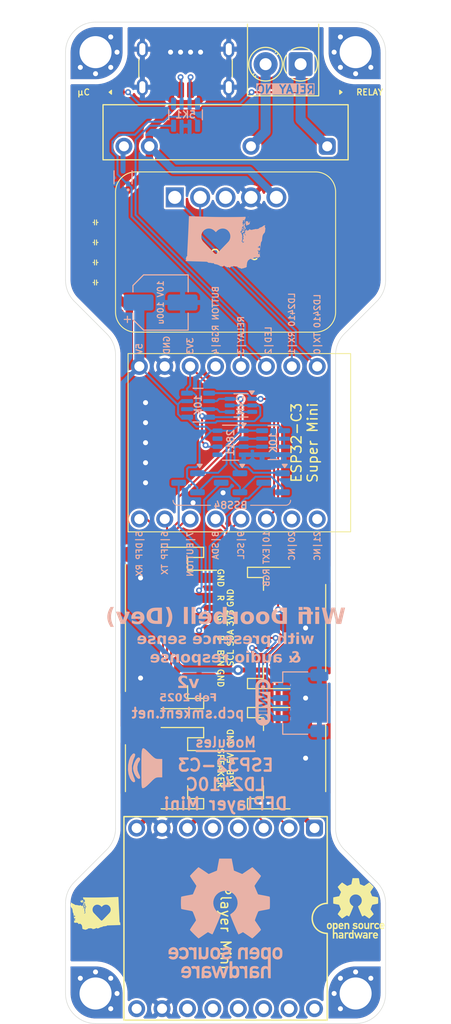
<source format=kicad_pcb>
(kicad_pcb (version 20240108) (generator "pcbnew") (generator_version "8.0")
  (layers (0 "F.Cu" signal) (31 "B.Cu" signal) (34 "B.Paste" user) (35 "F.Paste" user) (36 "B.SilkS" user "B.Silkscreen") (37 "F.SilkS" user "F.Silkscreen") (38 "B.Mask" user) (39 "F.Mask" user) (44 "Edge.Cuts" user))
  (net 0 "")
  (net 1 "BUTTON_LED_B")
  (net 2 "GND")
  (net 3 "BUTTON_LED_R")
  (net 4 "BUTTON_LED_G")
  (net 5 "BUTTON")
  (net 6 "Net-(LED1-A)")
  (net 7 "+3V3")
  (net 8 "DOORBELL_RELAY")
  (net 9 "BUTTON_LED_R_EN")
  (net 10 "BUTTON_LED_G_EN")
  (net 11 "BUTTON_LED_B_EN")
  (net 21 "UART_1_RX")
  (net 22 "UART_1_TX")
  (net 23 "UART_2_RX")
  (net 24 "UART_2_TX")
  (net 25 "NEOPIXELS")
  (net 26 "+5V")
  (net 27 "BUTTON_WS8211")
  (net 30 "NEOPIXELS_3V3")
  (net 31 "BUTTON_WS8211_3V3")
  (net 33 "RELAY_NO_2")
  (net 34 "RELAY_NO_1")
  (net 35 "/RELAY_LOW")
  (net 36 "Net-(LED3-A)")
  (net 37 "SPK2")
  (net 38 "SPK1")
  (net 39 "Net-(J6-CC2)")
  (net 40 "Net-(J6-CC1)")
  (net 41 "STATUS_LED")
  (net 44 "SDA")
  (net 45 "SCL")
  (footprint "connector:JST_PH_S2B-PH-SM4-TB_1x02-1MP_P2.00mm_Horizontal" (layer "F.Cu") (at 30.5 94.5 -90)
    (property "Reference" "J5")
    (property "Value" "JST PH")
  )
  (footprint "connector:USB_C_Receptacle_GCT_USB4125-xx-x_6P_TopMnt_Horizontal_HandSolder" (layer "F.Cu") (at 32 23.5 180)
    (property "Reference" "J6" (hide yes))
    (property "Value" "USB_C_Receptacle_PowerOnly_6P")
  )
  (footprint "mechanical:MountingHole_3.2mm_M3_5.4mm_Pad_Via_corner" (layer "F.Cu") (at 49 23 180)
    (property "Reference" "REF**" (hide yes))
    (property "Value" "MountingHole_3.2mm_M3_5.4mm_Pad_Via_corner" (hide yes))
  )
  (footprint "discrete:C_0603_1608Metric" (layer "F.Cu") (at 23 44 180)
    (property "Reference" "C3" (hide yes))
    (property "Value" "22u")
  )
  (footprint "discrete:Relay_G3MB-202P" (layer "F.Cu") (at 36 31 180)
    (property "Reference" "U2" (hide yes))
    (property "Value" "G3MB-202P-5VDC")
  )
  (footprint "discrete:C_0603_1608Metric" (layer "F.Cu") (at 23 46 180)
    (property "Reference" "C4" (hide yes))
    (property "Value" "22u")
  )
  (footprint "Symbol:OSHW-Logo_5.7x6mm_SilkScreen" (layer "F.Cu") (at 49 108.5)
    (property "Reference" "REF**" (hide yes))
    (property "Value" "OSHW-Logo_5.7x6mm_SilkScreen" (hide yes))
  )
  (footprint "discrete:C_0603_1608Metric" (layer "F.Cu") (at 23 42 180)
    (property "Reference" "C2" (hide yes))
    (property "Value" "22u")
  )
  (footprint "connector:TerminalBlock_Phoenix_PT-1,5-2-3.5-H_1x02_P3.50mm_Horizontal" (layer "F.Cu") (at 43.5 24.2 180)
    (property "Reference" "J2" (hide yes))
    (property "Value" "3.5mm screw terminal")
  )
  (footprint "mechanical:MountingHole_3.2mm_M3_5.4mm_Pad_Via_corner" (layer "F.Cu") (at 49 117 90)
    (property "Reference" "REF**" (hide yes))
    (property "Value" "MountingHole_3.2mm_M3_5.4mm_Pad_Via_corner" (hide yes))
  )
  (footprint "module:DFPlayer-Mini-DFR0299-module" (layer "F.Cu") (at 36 109.5 -90)
    (property "Reference" "SM2" (hide yes))
    (property "Value" "DFR0299")
  )
  (footprint "mechanical:MountingHole_3.2mm_M3_5.4mm_Pad_Via_corner" (layer "F.Cu") (at 23 117)
    (property "Reference" "REF**" (hide yes))
    (property "Value" "MountingHole_3.2mm_M3_5.4mm_Pad_Via_corner" (hide yes))
  )
  (footprint "mechanical:MountingHole_3.2mm_M3_5.4mm_Pad_Via_corner" (layer "F.Cu") (at 23 23 -90)
    (property "Reference" "REF**" (hide yes))
    (property "Value" "MountingHole_3.2mm_M3_5.4mm_Pad_Via_corner" (hide yes))
  )
  (footprint "connector:JST_PH_S6B-PH-SM4-TB_1x06-1MP_P2.00mm_Horizontal" (layer "F.Cu") (at 30.5 80.5 -90)
    (property "Reference" "J1" (hide yes))
    (property "Value" "JST PH")
  )
  (footprint "connector:STEMMA-I2C-SMD-horizontal" (layer "F.Cu") (at 41.5 80.5 90)
    (property "Reference" "J3" (hide yes))
    (property "Value" "STEMMA")
  )
  (footprint "connector:STEMMA-Signal-SMD-horizontal" (layer "F.Cu") (at 41.5 93.5 90)
    (property "Reference" "J4" (hide yes))
    (property "Value" "JST PH")
  )
  (footprint "custom:LED_0603_1608Metric_Pad1.05x0.95mm_HandSolder_simple" (layer "F.Cu") (at 24.5 27)
    (property "Reference" "LED1" (hide yes))
    (property "Value" "LED")
  )
  (footprint "module:HLK-LD2410C-module" (layer "F.Cu") (at 36 37.5)
    (property "Reference" "SM4" (hide yes))
    (property "Value" "HLK-LD2410C")
  )
  (footprint "graphics:wa-state-heart-5mm" (layer "F.Cu") (at 23 109)
    (property "Reference" "G***" (hide yes))
    (property "Value" "LOGO" (hide yes))
  )
  (footprint "custom:LED_0603_1608Metric_Pad1.05x0.95mm_HandSolder_simple" (layer "F.Cu") (at 47.5 27 180)
    (property "Reference" "LED3" (hide yes))
    (property "Value" "LED")
  )
  (footprint "discrete:C_0603_1608Metric" (layer "F.Cu") (at 23 40 180)
    (property "Reference" "C1" (hide yes))
    (property "Value" "22u")
  )
  (footprint "module:ESP32-C3-Super-Mini-Pins" (layer "F.Cu") (at 35 62 90)
    (property "Reference" "SM1" (hide yes))
    (property "Value" "~")
  )
  (footprint "package:SOT-23" (layer "B.Cu") (at 36.5 66 180)
    (property "Reference" "Q2" (hide yes))
    (property "Value" "BSS84")
  )
  (footprint "discrete:R_Array_Convex_4x0603_HandSolder" (layer "B.Cu") (at 32 29.25 90)
    (property "Reference" "RN3" (hide yes))
    (property "Value" "5K1")
  )
  (footprint "discrete:R_Array_Convex_4x0603_HandSolder" (layer "B.Cu") (at 33.25 58.25)
    (property "Reference" "RN2" (hide yes))
    (property "Value" "10K")
  )
  (footprint "package:SOT-23" (layer "B.Cu") (at 40.75 66 180)
    (property "Reference" "Q3" (hide yes))
    (property "Value" "BSS84")
  )
  (footprint "connector:Qwiic-SMD-horizontal-logo" (layer "B.Cu") (at 43.5 88 -90)
    (property "Reference" "J7" (hide yes))
    (property "Value" "Qwiic")
  )
  (footprint "Symbol:OSHW-Logo_11.4x12mm_SilkScreen" (layer "B.Cu") (at 36 109.5 180)
    (property "Reference" "REF**" (hide yes))
    (property "Value" "OSHW-Logo_11.4x12mm_SilkScreen" (hide yes))
  )
  (footprint "graphics:icon-speaker-4mm" (layer "B.Cu") (at 28 94.5 180)
    (property "Reference" "G***" (hide yes))
    (property "Value" "LOGO" (hide yes))
  )
  (footprint "package:FSOP-8_3.3x1.7mm_P0.80mm" (layer "B.Cu") (at 36.5 62 180)
    (property "Reference" "U1" (hide yes))
    (property "Value" "WS2811F")
  )
  (footprint "Capacitor_SMD:CP_Elec_5x5.4" (layer "B.Cu") (at 29.5 48)
    (property "Reference" "C5" (hide yes))
    (property "Value" "100u")
  )
  (footprint "package:SOT-523" (layer "B.Cu") (at 25.75 35.5 90)
    (property "Reference" "Q5" (hide yes))
    (property "Value" "G2N7002X")
  )
  (footprint "package:SOT-23" (layer "B.Cu") (at 32.25 66 180)
    (property "Reference" "Q1" (hide yes))
    (property "Value" "BSS84")
  )
  (footprint "package:SOT-363_SC-70-6_HandSolder" (layer "B.Cu") (at 37.5375 58.275 180)
    (property "Reference" "Q4" (hide yes))
    (property "Value" "2N7002DW")
  )
  (footprint "graphics:wa-state-heart-8mm" (layer "B.Cu") (at 36 42 180)
    (property "Reference" "G***" (hide yes))
    (property "Value" "LOGO" (hide yes))
  )
  (footprint "discrete:R_Array_Convex_4x0603_HandSolder" (layer "B.Cu") (at 40.75 62 180)
    (property "Reference" "RN1" (hide yes))
    (property "Value" "10K")
  )
  (gr_arc (start 31.25 68.25) (mid 30.896447 68.103553) (end 30.75 67.75) (stroke (width 0.1)) (layer "B.SilkS"))
  (gr_line (start 38.5 68.25) (end 42 68.25) (stroke (width 0.1)) (layer "B.SilkS"))
  (gr_line (start 33.1 92.8) (end 38.9 92.8) (stroke (width 0.2)) (layer "B.SilkS"))
  (gr_line (start 34.5 68.25) (end 31.25 68.25) (stroke (width 0.1)) (layer "B.SilkS"))
  (gr_arc (start 42.5 67.75) (mid 42.353553 68.103553) (end 42 68.25) (stroke (width 0.1)) (layer "B.SilkS"))
  (gr_arc (start 49 20) (mid 51.12132 20.87868) (end 52 23) (stroke (width 0.05)) (layer "Edge.Cuts"))
  (gr_line (start 20 117) (end 20 108) (stroke (width 0.05)) (layer "Edge.Cuts"))
  (gr_line (start 47.87868 102.636039) (end 51.121321 105.87868) (stroke (width 0.05)) (layer "Edge.Cuts"))
  (gr_line (start 24.12132 51.12132) (end 20.878679 47.878679) (stroke (width 0.05)) (layer "Edge.Cuts"))
  (gr_line (start 25 100.514718) (end 25 53.242641) (stroke (width 0.05)) (layer "Edge.Cuts"))
  (gr_arc (start 20.878679 47.878679) (mid 20.228361 46.905409) (end 20 45.757359) (stroke (width 0.05)) (layer "Edge.Cuts"))
  (gr_arc (start 20 108) (mid 20.228346 106.851944) (end 20.878679 105.87868) (stroke (width 0.05)) (layer "Edge.Cuts"))
  (gr_line (start 51.12132 47.87868) (end 47.878679 51.121321) (stroke (width 0.05)) (layer "Edge.Cuts"))
  (gr_line (start 49 120) (end 23 120) (stroke (width 0.05)) (layer "Edge.Cuts"))
  (gr_line (start 52 108) (end 52 117) (stroke (width 0.05)) (layer "Edge.Cuts"))
  (gr_arc (start 52 117) (mid 51.12132 119.12132) (end 49 120) (stroke (width 0.05)) (layer "Edge.Cuts"))
  (gr_arc (start 23 120) (mid 20.87868 119.12132) (end 20 117) (stroke (width 0.05)) (layer "Edge.Cuts"))
  (gr_arc (start 20 23) (mid 20.87868 20.87868) (end 23 20) (stroke (width 0.05)) (layer "Edge.Cuts"))
  (gr_arc (start 51.121321 105.87868) (mid 51.771616 106.851958) (end 52 108) (stroke (width 0.05)) (layer "Edge.Cuts"))
  (gr_line (start 52 23) (end 52 45.757359) (stroke (width 0.05)) (layer "Edge.Cuts"))
  (gr_line (start 24.12132 102.636039) (end 20.878679 105.87868) (stroke (width 0.05)) (layer "Edge.Cuts"))
  (gr_arc (start 47.87868 102.636039) (mid 47.228384 101.662761) (end 47 100.514718) (stroke (width 0.05)) (layer "Edge.Cuts"))
  (gr_arc (start 52 45.757359) (mid 51.771652 46.905418) (end 51.12132 47.87868) (stroke (width 0.05)) (layer "Edge.Cuts"))
  (gr_line (start 20 23) (end 20 45.757359) (stroke (width 0.05)) (layer "Edge.Cuts"))
  (gr_arc (start 24.12132 51.12132) (mid 24.771639 52.09459) (end 25 53.242641) (stroke (width 0.05)) (layer "Edge.Cuts"))
  (gr_line (start 23 20) (end 49 20) (stroke (width 0.05)) (layer "Edge.Cuts"))
  (gr_line (start 47 100.514718) (end 47 53.242641) (stroke (width 0.05)) (layer "Edge.Cuts"))
  (gr_arc (start 25 100.514718) (mid 24.771654 101.662775) (end 24.12132 102.636039) (stroke (width 0.05)) (layer "Edge.Cuts"))
  (gr_arc (start 47 53.242641) (mid 47.228348 52.094582) (end 47.878679 51.121321) (stroke (width 0.05)) (layer "Edge.Cuts"))
  (gr_text "2811" (at 36.5 62 90) (layer "B.SilkS") (effects (font (size 0.7 0.7) (thickness 0.14) (bold yes)) (justify mirror)))
  (gr_text "9|SCL" (at 37.54 70.75 90) (layer "B.SilkS") (effects (font (size 0.6 0.6) (thickness 0.12) (bold yes)) (justify left mirror)))
  (gr_text "7|BUTTON" (at 32.46 70.75 90) (layer "B.SilkS") (effects (font (size 0.6 0.6) (thickness 0.12) (bold yes)) (justify left mirror)))
  (gr_text "RELAY|3" (at 37.54 53.25 90) (layer "B.SilkS") (effects (font (size 0.6 0.6) (thickness 0.12) (bold yes)) (justify right mirror)))
  (gr_text "3V3" (at 32.46 53.25 90) (layer "B.SilkS") (effects (font (size 0.6 0.6) (thickness 0.12) (bold yes)) (justify right mirror)))
  (gr_text "5|DFP RX" (at 27.38 70.75 90) (layer "B.SilkS") (effects (font (size 0.6 0.6) (thickness 0.12) (bold yes)) (justify left mirror)))
  (gr_text "6|DFP TX" (at 29.92 70.75 90) (layer "B.SilkS") (effects (font (size 0.6 0.6) (thickness 0.12) (bold yes)) (justify left mirror)))
  (gr_text "LED|2" (at 40.28 53.25 90) (layer "B.SilkS") (effects (font (size 0.6 0.6) (thickness 0.12) (bold yes)) (justify right mirror)))
  (gr_text "RELAY NO" (at 42 26.25 -0) (layer "B.SilkS" knockout) (effects (font (size 0.8 0.8) (thickness 0.16) (bold yes)) (justify top mirror)))
  (gr_text "ESP32-C3\nLD2410C\nDFPlayer Mini\n" (at 36 93.5 0) (layer "B.SilkS") (effects (font (size 1.2 1.2) (thickness 0.24) (bold yes)) (justify top mirror)))
  (gr_text "Modules" (at 36 92.5 0) (layer "B.SilkS") (effects (font (size 1 1) (thickness 0.2) (bold yes)) (justify bottom mirror)))
  (gr_text "BUTTON RGB|4" (at 35 53.25 90) (layer "B.SilkS") (effects (font (size 0.6 0.6) (thickness 0.12) (bold yes)) (justify right mirror)))
  (gr_text "LD2410 TX|0" (at 45.16 53.25 90) (layer "B.SilkS") (effects (font (size 0.6 0.6) (thickness 0.12) (bold yes)) (justify right mirror)))
  (gr_text "v2" (at 32.25 86 0) (layer "B.SilkS") (effects (font (size 1.2 1.2) (thickness 0.24) (bold yes)) (justify mirror)))
  (gr_text "pcb.smkent.net" (at 32.25 89 0) (layer "B.SilkS") (effects (font (size 1 1) (thickness 0.2) (bold yes)) (justify mirror)))
  (gr_text "10V 100u" (at 29.5 48 90) (layer "B.SilkS") (effects (font (size 0.6 0.6) (thickness 0.12) (bold yes)) (justify mirror)))
  (gr_text "20|NC" (at 42.62 70.75 90) (layer "B.SilkS") (effects (font (size 0.6 0.6) (thickness 0.12) (bold yes)) (justify left mirror)))
  (gr_text "LD2410 RX|1" (at 42.62 53.25 90) (layer "B.SilkS") (effects (font (size 0.6 0.6) (thickness 0.12) (bold yes)) (justify right mirror)))
  (gr_text "2xN" (at 37.5 58.25 90) (layer "B.SilkS") (effects (font (size 0.7 0.7) (thickness 0.14) (bold yes)) (justify mirror)))
  (gr_text "10|EXT RGB" (at 40.08 70.75 90) (layer "B.SilkS") (effects (font (size 0.6 0.6) (thickness 0.12) (bold yes)) (justify left mirror)))
  (gr_text "Feb 2025" (at 32.25 87.5 0) (layer "B.SilkS") (effects (font (size 0.8 0.8) (thickness 0.24) (bold yes)) (justify mirror)))
  (gr_text "GND" (at 30.12 53.25 90) (layer "B.SilkS") (effects (font (size 0.6 0.6) (thickness 0.12) (bold yes)) (justify right mirror)))
  (gr_text "8|SDA" (at 35 70.75 90) (layer "B.SilkS") (effects (font (size 0.6 0.6) (thickness 0.12) (bold yes)) (justify left mirror)))
  (gr_text "with presence sense\n& audio response" (at 36 81 0) (layer "B.SilkS") (effects (font (size 1.1 1.1) (thickness 0.22) (bold yes)) (justify top mirror)))
  (gr_text "21|NC" (at 45.16 70.75 90) (layer "B.SilkS") (effects (font (size 0.6 0.6) (thickness 0.12) (bold yes)) (justify left mirror)))
  (gr_text "5V" (at 27.38 53.25 90) (layer "B.SilkS") (effects (font (size 0.6 0.6) (thickness 0.12) (bold yes)) (justify right mirror)))
  (gr_text "Wifi Doorbell (Dev)\n" (at 36 78.5 0) (layer "B.SilkS") (effects (font (size 1.6 1.6) (thickness 0.4) (bold yes)) (justify top mirror)))
  (gr_text "BSS84" (at 36.5 68.25 0) (layer "B.SilkS") (effects (font (size 0.7 0.7) (thickness 0.14) (bold yes)) (justify mirror)))
  (gr_text "GND" (at 35.5 85.5 -90) (layer "F.SilkS") (effects (font (size 0.6 0.6) (thickness 0.12) (bold yes))))
  (gr_text "RGB" (at 36.5 95.5 90) (layer "F.SilkS") (effects (font (size 0.6 0.6) (thickness 0.12) (bold yes))))
  (gr_text "G" (at 35.5 79.5 -90) (layer "F.SilkS") (effects (font (size 0.6 0.6) (thickness 0.12) (bold yes))))
  (gr_text "5V" (at 36.5 93.5 90) (layer "F.SilkS") (effects (font (size 0.6 0.6) (thickness 0.12) (bold yes))))
  (gr_text "µC" (at 22.5 27 0) (layer "F.SilkS") (effects (font (size 0.6 0.6) (thickness 0.12) (bold yes)) (justify right)))
  (gr_text "SCL" (at 36.5 83.5 90) (layer "F.SilkS") (effects (font (size 0.6 0.6) (thickness 0.12) (bold yes))))
  (gr_text "GND" (at 35.5 75.5 -90) (layer "F.SilkS") (effects (font (size 0.6 0.6) (thickness 0.12) (bold yes))))
  (gr_text "SDA" (at 36.5 81.5 90) (layer "F.SilkS") (effects (font (size 0.6 0.6) (thickness 0.12) (bold yes))))
  (gr_text "R" (at 35.5 77.5 -90) (layer "F.SilkS") (effects (font (size 0.6 0.6) (thickness 0.12) (bold yes))))
  (gr_text "RELAY" (at 49 27 0) (layer "F.SilkS") (effects (font (size 0.6 0.6) (thickness 0.12) (bold yes)) (justify left)))
  (gr_text "BTN" (at 35.5 83.5 -90) (layer "F.SilkS") (effects (font (size 0.6 0.6) (thickness 0.12) (bold yes))))
  (gr_text "GND" (at 36.5 91.5 90) (layer "F.SilkS") (effects (font (size 0.6 0.6) (thickness 0.12) (bold yes))))
  (gr_text "GND" (at 36.5 77.5 90) (layer "F.SilkS") (effects (font (size 0.6 0.6) (thickness 0.12) (bold yes))))
  (gr_text "SPEAKER" (at 35.5 94.5 -90) (layer "F.SilkS") (effects (font (size 0.6 0.6) (thickness 0.12) (bold yes))))
  (gr_text "3V3" (at 36.5 79.5 90) (layer "F.SilkS") (effects (font (size 0.6 0.6) (thickness 0.12) (bold yes))))
  (gr_text "B" (at 35.5 81.5 -90) (layer "F.SilkS") (effects (font (size 0.6 0.6) (thickness 0.12) (bold yes))))
  (via (at 33.35 80.75) (size 0.6) (drill 0.3) (layers "F.Cu" "B.Cu") (net 1))
  (segment (start 34.4 79.7) (end 33.35 80.75) (width 0.2) (layer "B.Cu") (net 1))
  (segment (start 36.15 69.383654) (end 36.15 70.598173) (width 0.2) (layer "B.Cu") (net 1))
  (segment (start 34.4 72.348173) (end 34.4 79.7) (width 0.2) (layer "B.Cu") (net 1))
  (segment (start 37.983654 67.55) (end 36.15 69.383654) (width 0.2) (layer "B.Cu") (net 1))
  (segment (start 38.2625 67.55) (end 37.983654 67.55) (width 0.2) (layer "B.Cu") (net 1))
  (segment (start 36.15 70.598173) (end 34.4 72.348173) (width 0.2) (layer "B.Cu") (net 1))
  (segment (start 39.8125 66) (end 38.2625 67.55) (width 0.2) (layer "B.Cu") (net 1))
  (via (at 39.5 98) (size 0.6) (drill 0.3) (layers "F.Cu" "B.Cu") (net 2))
  (via (at 28 66) (size 1) (drill 0.5) (layers "F.Cu" "B.Cu") (net 2))
  (via (at 31.5 23) (size 1) (drill 0.5) (layers "F.Cu" "B.Cu") (net 2))
  (via (at 30.5 23) (size 1) (drill 0.5) (layers "F.Cu" "B.Cu") (net 2))
  (via (at 33.5 23) (size 1) (drill 0.5) (layers "F.Cu" "B.Cu") (net 2))
  (via (at 27.5 75.5) (size 1) (drill 0.5) (layers "F.Cu" "B.Cu") (net 2))
  (via (at 44 87.5) (size 1) (drill 0.5) (layers "F.Cu" "B.Cu") (net 2))
  (via (at 28 64) (size 1) (drill 0.5) (layers "F.Cu" "B.Cu") (net 2))
  (via (at 32.75 68) (size 1) (drill 0.5) (layers "F.Cu" "B.Cu") (net 2))
  (via (at 40.25 98) (size 0.6) (drill 0.3) (layers "F.Cu" "B.Cu") (net 2))
  (via (at 44 80.5) (size 1) (drill 0.5) (layers "F.Cu" "B.Cu") (net 2))
  (via (at 44 93.5) (size 1) (drill 0.5) (layers "F.Cu" "B.Cu") (net 2))
  (via (at 28 58) (size 1) (drill 0.5) (layers "F.Cu" "B.Cu") (net 2))
  (via (at 32.5 23) (size 1) (drill 0.5) (layers "F.Cu" "B.Cu") (net 2))
  (via (at 28 62) (size 1) (drill 0.5) (layers "F.Cu" "B.Cu") (net 2))
  (via (at 35.75 67) (size 1) (drill 0.5) (layers "F.Cu" "B.Cu") (net 2))
  (via (at 27.5 85.5) (size 1) (drill 0.5) (layers "F.Cu" "B.Cu") (net 2))
  (via (at 28 60) (size 1) (drill 0.5) (layers "F.Cu" "B.Cu") (net 2))
  (segment (start 37.81 63.81) (end 38 64) (width 0.2) (layer "B.Cu") (net 2))
  (segment (start 37.81 63.2) (end 37.81 63.81) (width 0.2) (layer "B.Cu") (net 2))
  (segment (start 38 64) (end 39.5 64) (width 0.2) (layer "B.Cu") (net 2))
  (segment (start 39.5 64) (end 43 64) (width 0.2) (layer "B.Cu") (net 2))
  (segment (start 39.6 63.9) (end 39.5 64) (width 0.2) (layer "B.Cu") (net 2))
  (segment (start 39.6 63.2) (end 39.6 63.9) (width 0.2) (layer "B.Cu") (net 2))
  (via (at 33.35 76.75) (size 0.6) (drill 0.3) (layers "F.Cu" "B.Cu") (net 3))
  (segment (start 31.31 70.31) (end 31.31 66.455552) (width 0.2) (layer "B.Cu") (net 3))
  (segment (start 33.6 76.5) (end 33.6 72.6) (width 0.2) (layer "B.Cu") (net 3))
  (segment (start 33.35 76.75) (end 33.6 76.5) (width 0.2) (layer "B.Cu") (net 3))
  (segment (start 31.3125 66.453052) (end 31.3125 66) (width 0.2) (layer "B.Cu") (net 3))
  (segment (start 33.6 72.6) (end 31.31 70.31) (width 0.2) (layer "B.Cu") (net 3))
  (segment (start 31.31 66.455552) (end 31.3125 66.453052) (width 0.2) (layer "B.Cu") (net 3))
  (via (at 33.35 78.75) (size 0.6) (drill 0.3) (layers "F.Cu" "B.Cu") (net 4))
  (segment (start 33.85 72.284315) (end 33.85 67.7125) (width 0.2) (layer "B.Cu") (net 4))
  (segment (start 34 72.434315) (end 33.85 72.284315) (width 0.2) (layer "B.Cu") (net 4))
  (segment (start 33.35 78.75) (end 34 78.1) (width 0.2) (layer "B.Cu") (net 4))
  (segment (start 34 78.1) (end 34 72.434315) (width 0.2) (layer "B.Cu") (net 4))
  (segment (start 33.85 67.7125) (end 35.5625 66) (width 0.2) (layer "B.Cu") (net 4))
  (segment (start 31.6 83.5) (end 30.95 82.85) (width 0.2) (layer "F.Cu") (net 5))
  (segment (start 30.95 70.8) (end 32.13 69.62) (width 0.2) (layer "F.Cu") (net 5))
  (segment (start 30.95 82.85) (end 30.95 70.8) (width 0.2) (layer "F.Cu") (net 5))
  (segment (start 33.35 83.5) (end 31.6 83.5) (width 0.2) (layer "F.Cu") (net 5))
  (segment (start 32.13 69.62) (end 32.46 69.62) (width 0.2) (layer "F.Cu") (net 5))
  (segment (start 26.25 27) (end 25.375 27) (width 0.2) (layer "F.Cu") (net 6))
  (via (at 26.25 27) (size 0.6) (drill 0.3) (layers "F.Cu" "B.Cu") (net 6))
  (segment (start 30.8 28.15) (end 27.4 28.15) (width 0.2) (layer "B.Cu") (net 6))
  (segment (start 27.4 28.15) (end 26.25 27) (width 0.2) (layer "B.Cu") (net 6))
  (segment (start 41.25 78.65) (end 40.4 79.5) (width 0.2) (layer "F.Cu") (net 7))
  (segment (start 39.315686 56.25) (end 41.25 58.184314) (width 0.2) (layer "F.Cu") (net 7))
  (segment (start 40.4 79.5) (end 38.65 79.5) (width 0.2) (layer "F.Cu") (net 7))
  (segment (start 41.25 58.184314) (end 41.25 78.65) (width 0.2) (layer "F.Cu") (net 7))
  (segment (start 34.33 56.25) (end 39.315686 56.25) (width 0.2) (layer "F.Cu") (net 7))
  (segment (start 32.46 54.38) (end 34.33 56.25) (width 0.2) (layer "F.Cu") (net 7))
  (via (at 41.25 78.65) (size 0.6) (drill 0.3) (layers "F.Cu" "B.Cu") (net 7))
  (segment (start 39.4625 59.2875) (end 38.9 59.85) (width 0.2) (layer "B.Cu") (net 7))
  (segment (start 33.05 58.75) (end 32.95 58.65) (width 0.2) (layer "B.Cu") (net 7))
  (segment (start 38.9 59.85) (end 35.154506 59.85) (width 0.2) (layer "B.Cu") (net 7))
  (segment (start 40.565686 87.5) (end 40.15 87.084314) (width 0.2) (layer "B.Cu") (net 7))
  (segment (start 38.6625 58.275) (end 39.275 58.275) (width 0.2) (layer "B.Cu") (net 7))
  (segment (start 38.6625 58.275) (end 36.4 58.275) (width 0.2) (layer "B.Cu") (net 7))
  (segment (start 39.275 58.275) (end 39.4625 58.4625) (width 0.2) (layer "B.Cu") (net 7))
  (segment (start 35.004506 60) (end 33.45 60) (width 0.2) (layer "B.Cu") (net 7))
  (segment (start 40.15 87.084314) (end 40.15 83.35) (width 0.2) (layer "B.Cu") (net 7))
  (segment (start 33.05 59.275) (end 33.05 57.3) (width 0.2) (layer "B.Cu") (net 7))
  (segment (start 41.75 79.15) (end 41.25 78.65) (width 0.2) (layer "B.Cu") (net 7))
  (segment (start 33.05 59.275) (end 33.05 58.75) (width 0.2) (layer "B.Cu") (net 7))
  (segment (start 32.95 58.65) (end 32.35 58.65) (width 0.2) (layer "B.Cu") (net 7))
  (segment (start 33.45 60) (end 33.05 59.6) (width 0.2) (layer "B.Cu") (net 7))
  (segment (start 41.75 81.75) (end 41.75 79.15) (width 0.2) (layer "B.Cu") (net 7))
  (segment (start 32.8 57.05) (end 32.15 57.05) (width 0.2) (layer "B.Cu") (net 7))
  (segment (start 33.05 59.6) (end 33.05 59.275) (width 0.2) (layer "B.Cu") (net 7))
  (segment (start 32.46 56.29) (end 32.46 54.38) (width 0.2) (layer "B.Cu") (net 7))
  (segment (start 41.5 87.5) (end 40.565686 87.5) (width 0.2) (layer "B.Cu") (net 7))
  (segment (start 40.15 83.35) (end 41.75 81.75) (width 0.2) (layer "B.Cu") (net 7))
  (segment (start 35.154506 59.85) (end 35.004506 60) (width 0.2) (layer "B.Cu") (net 7))
  (segment (start 33.05 57.3) (end 32.8 57.05) (width 0.2) (layer "B.Cu") (net 7))
  (segment (start 32.15 56.6) (end 32.15 57.05) (width 0.2) (layer "B.Cu") (net 7))
  (segment (start 32.46 56.29) (end 32.15 56.6) (width 0.2) (layer "B.Cu") (net 7))
  (segment (start 39.4625 58.4625) (end 39.4625 59.2875) (width 0.2) (layer "B.Cu") (net 7))
  (segment (start 25.2 35.2) (end 25.2 33.386346) (width 0.2) (layer "B.Cu") (net 8))
  (segment (start 29.8 29.95) (end 30.3 29.45) (width 0.2) (layer "B.Cu") (net 8))
  (segment (start 26.6 36.495) (end 26.6 39.415686) (width 0.2) (layer "B.Cu") (net 8))
  (segment (start 24.69 32.876346) (end 24.69 31.923654) (width 0.2) (layer "B.Cu") (net 8))
  (segment (start 33.2 29.95) (end 33.2 30.35) (width 0.2) (layer "B.Cu") (net 8))
  (segment (start 32.7 29.45) (end 33.2 29.95) (width 0.2) (layer "B.Cu") (net 8))
  (segment (start 25.2 33.386346) (end 24.69 32.876346) (width 0.2) (layer "B.Cu") (net 8))
  (segment (start 24.69 31.923654) (end 25.363654 31.25) (width 0.2) (layer "B.Cu") (net 8))
  (segment (start 26.25 36.145) (end 26.145 36.145) (width 0.2) (layer "B.Cu") (net 8))
  (segment (start 28.234314 29.95) (end 29.8 29.95) (width 0.2) (layer "B.Cu") (net 8))
  (segment (start 26.145 36.145) (end 25.2 35.2) (width 0.2) (layer "B.Cu") (net 8))
  (segment (start 26.934314 31.25) (end 28.234314 29.95) (width 0.2) (layer "B.Cu") (net 8))
  (segment (start 30.3 29.45) (end 32.7 29.45) (width 0.2) (layer "B.Cu") (net 8))
  (segment (start 37.54 50.355686) (end 37.54 54.38) (width 0.2) (layer "B.Cu") (net 8))
  (segment (start 26.25 36.145) (end 26.6 36.495) (width 0.2) (layer "B.Cu") (net 8))
  (segment (start 26.6 39.415686) (end 37.54 50.355686) (width 0.2) (layer "B.Cu") (net 8))
  (segment (start 25.363654 31.25) (end 26.934314 31.25) (width 0.2) (layer "B.Cu") (net 8))
  (segment (start 37.81 60.8) (end 39.65 60.8) (width 0.2) (layer "B.Cu") (net 9))
  (segment (start 36.1 62.205001) (end 36.1 64.15) (width 0.2) (layer "B.Cu") (net 9))
  (segment (start 35.25 65) (end 33.2375 65) (width 0.2) (layer "B.Cu") (net 9))
  (segment (start 33.2375 65) (end 33.1875 65.05) (width 0.2) (layer "B.Cu") (net 9))
  (segment (start 37.505001 60.8) (end 36.1 62.205001) (width 0.2) (layer "B.Cu") (net 9))
  (segment (start 36.1 64.15) (end 35.25 65) (width 0.2) (layer "B.Cu") (net 9))
  (segment (start 37.81 60.8) (end 37.505001 60.8) (width 0.2) (layer "B.Cu") (net 9))
  (segment (start 37.81 61.6) (end 39.65 61.6) (width 0.2) (layer "B.Cu") (net 10))
  (segment (start 37.270687 61.6) (end 37.81 61.6) (width 0.2) (layer "B.Cu") (net 10))
  (segment (start 36.5 62.370687) (end 37.270687 61.6) (width 0.2) (layer "B.Cu") (net 10))
  (segment (start 37.4375 65.05) (end 36.5 64.1125) (width 0.2) (layer "B.Cu") (net 10))
  (segment (start 36.5 64.1125) (end 36.5 62.370687) (width 0.2) (layer "B.Cu") (net 10))
  (segment (start 37.036373 62.4) (end 37.81 62.4) (width 0.2) (layer "B.Cu") (net 11))
  (segment (start 36.9 63.946814) (end 36.9 62.536373) (width 0.2) (layer "B.Cu") (net 11))
  (segment (start 36.9 62.536373) (end 37.036373 62.4) (width 0.2) (layer "B.Cu") (net 11))
  (segment (start 37.81 62.4) (end 39.65 62.4) (width 0.2) (layer "B.Cu") (net 11))
  (segment (start 37.403186 64.45) (end 36.9 63.946814) (width 0.2) (layer "B.Cu") (net 11))
  (segment (start 38.765552 65) (end 38.215552 64.45) (width 0.2) (layer "B.Cu") (net 11))
  (segment (start 41.6375 65) (end 38.765552 65) (width 0.2) (layer "B.Cu") (net 11))
  (segment (start 41.6875 65.05) (end 41.6375 65) (width 0.2) (layer "B.Cu") (net 11))
  (segment (start 38.215552 64.45) (end 37.403186 64.45) (width 0.2) (layer "B.Cu") (net 11))
  (segment (start 42.62 50.985686) (end 33.06 41.425686) (width 0.2) (layer "B.Cu") (net 21))
  (segment (start 42.62 54.38) (end 42.62 50.985686) (width 0.2) (layer "B.Cu") (net 21))
  (segment (start 33.06 39.64) (end 30.92 37.5) (width 0.2) (layer "B.Cu") (net 21))
  (segment (start 33.06 41.425686) (end 33.06 39.64) (width 0.2) (layer "B.Cu") (net 21))
  (segment (start 43.02 52.24) (end 45.16 54.38) (width 0.2) (layer "B.Cu") (net 22))
  (segment (start 33.46 41.26) (end 43.02 50.82) (width 0.2) (layer "B.Cu") (net 22))
  (segment (start 33.46 37.5) (end 33.46 41.26) (width 0.2) (layer "B.Cu") (net 22))
  (segment (start 43.02 50.82) (end 43.02 52.24) (width 0.2) (layer "B.Cu") (net 22))
  (segment (start 29.75 71.25) (end 28.12 69.62) (width 0.2) (layer "F.Cu") (net 23))
  (segment (start 39.81 99.875686) (end 35.5 95.565686) (width 0.2) (layer "F.Cu") (net 23))
  (segment (start 35.5 92.565686) (end 29.75 86.815686) (width 0.2) (layer "F.Cu") (net 23))
  (segment (start 29.75 86.815686) (end 29.75 71.25) (width 0.2) (layer "F.Cu") (net 23))
  (segment (start 28.12 69.62) (end 27.38 69.62) (width 0.2) (layer "F.Cu") (net 23))
  (segment (start 35.5 95.565686) (end 35.5 92.565686) (width 0.2) (layer "F.Cu") (net 23))
  (segment (start 39.81 100.483) (end 39.81 99.875686) (width 0.2) (layer "F.Cu") (net 23))
  (segment (start 39.833 99.333) (end 35.9 95.4) (width 0.2) (layer "F.Cu") (net 24))
  (segment (start 30.15 69.85) (end 29.92 69.62) (width 0.2) (layer "F.Cu") (net 24))
  (segment (start 30.15 86.65) (end 30.15 69.85) (width 0.2) (layer "F.Cu") (net 24))
  (segment (start 41.2 99.333) (end 39.833 99.333) (width 0.2) (layer "F.Cu") (net 24))
  (segment (start 35.9 92.4) (end 30.15 86.65) (width 0.2) (layer "F.Cu") (net 24))
  (segment (start 35.9 95.4) (end 35.9 92.4) (width 0.2) (layer "F.Cu") (net 24))
  (segment (start 42.35 100.483) (end 41.2 99.333) (width 0.2) (layer "F.Cu") (net 24))
  (segment (start 30.55 86.484314) (end 30.55 70.634314) (width 0.2) (layer "F.Cu") (net 25))
  (segment (start 31.31 67.44) (end 37.5 61.25) (width 0.2) (layer "F.Cu") (net 25))
  (segment (start 37.5 61.25) (end 37.5 57.65) (width 0.2) (layer "F.Cu") (net 25))
  (segment (start 36.3 92.234314) (end 30.55 86.484314) (width 0.2) (layer "F.Cu") (net 25))
  (segment (start 30.55 70.634314) (end 31.31 69.874314) (width 0.2) (layer "F.Cu") (net 25))
  (segment (start 31.31 69.874314) (end 31.31 67.44) (width 0.2) (layer "F.Cu") (net 25))
  (segment (start 38.65 95.5) (end 36.565686 95.5) (width 0.2) (layer "F.Cu") (net 25))
  (segment (start 36.3 95.234314) (end 36.3 92.234314) (width 0.2) (layer "F.Cu") (net 25))
  (segment (start 36.565686 95.5) (end 36.3 95.234314) (width 0.2) (layer "F.Cu") (net 25))
  (via (at 37.5 57.65) (size 0.6) (drill 0.3) (layers "F.Cu" "B.Cu") (net 25))
  (segment (start 36.4125 57.625) (end 37.475 57.625) (width 0.2) (layer "B.Cu") (net 25))
  (segment (start 34.35 57.85) (end 35.125 57.85) (width 0.2) (layer "B.Cu") (net 25))
  (segment (start 37.475 57.625) (end 37.5 57.65) (width 0.2) (layer "B.Cu") (net 25))
  (segment (start 35.125 57.85) (end 35.35 57.625) (width 0.2) (layer "B.Cu") (net 25))
  (segment (start 35.35 57.625) (end 36.4125 57.625) (width 0.2) (layer "B.Cu") (net 25))
  (segment (start 33.52 27.62551) (end 33.52 26.78) (width 0.75) (layer "F.Cu") (net 26))
  (segment (start 40.196878 84.7) (end 41.25 85.753122) (width 0.5) (layer "F.Cu") (net 26))
  (segment (start 37.25 84.7) (end 40.196878 84.7) (width 0.5) (layer "F.Cu") (net 26))
  (segment (start 31.00949 28.155) (end 32.99051 28.155) (width 0.75) (layer "F.Cu") (net 26))
  (segment (start 30.48 26.78) (end 30.48 27.62551) (width 0.75) (layer "F.Cu") (net 26))
  (segment (start 39.396878 93.5) (end 40.85 94.953122) (width 0.5) (layer "F.Cu") (net 26))
  (segment (start 28.38 32.4) (end 28.38 30.78449) (width 0.75) (layer "F.Cu") (net 26))
  (segment (start 32.99051 28.155) (end 33.52 27.62551) (width 0.75) (layer "F.Cu") (net 26))
  (segment (start 23.775 42) (end 23.775 44) (width 0.75) (layer "F.Cu") (net 26))
  (segment (start 28.38 30.78449) (end 31.00949 28.155) (width 0.75) (layer "F.Cu") (net 26))
  (segment (start 40.4 93.5) (end 38.65 93.5) (width 0.5) (layer "F.Cu") (net 26))
  (segment (start 41.25 92.65) (end 40.4 93.5) (width 0.5) (layer "F.Cu") (net 26))
  (segment (start 38.65 93.5) (end 39.396878 93.5) (width 0.5) (layer "F.Cu") (net 26))
  (segment (start 30.48 27.62551) (end 31.00949 28.155) (width 0.75) (layer "F.Cu") (net 26))
  (segment (start 28.38 32.4) (end 28.38 34.62) (width 0.75) (layer "F.Cu") (net 26))
  (segment (start 23.775 44) (end 23.775 46) (width 0.75) (layer "F.Cu") (net 26))
  (segment (start 26.38 48.605) (end 26.38 54.38) (width 0.75) (layer "F.Cu") (net 26))
  (segment (start 42.786122 99.183) (end 43.59 99.183) (width 0.5) (layer "F.Cu") (net 26))
  (segment (start 28.38 34.62) (end 23.775 39.225) (width 0.75) (layer "F.Cu") (net 26))
  (segment (start 23.775 46) (end 26.38 48.605) (width 0.75) (layer "F.Cu") (net 26))
  (segment (start 41.25 85.753122) (end 41.25 92.65) (width 0.5) (layer "F.Cu") (net 26))
  (segment (start 40.85 97.246878) (end 42.786122 99.183) (width 0.5) (layer "F.Cu") (net 26))
  (segment (start 23.775 40) (end 23.775 42) (width 0.75) (layer "F.Cu") (net 26))
  (segment (start 40.85 94.953122) (end 40.85 97.246878) (width 0.5) (layer "F.Cu") (net 26))
  (segment (start 43.59 99.183) (end 44.89 100.483) (width 0.5) (layer "F.Cu") (net 26))
  (segment (start 23.775 39.225) (end 23.775 40) (width 0.75) (layer "F.Cu") (net 26))
  (via (at 37.25 84.7) (size 1) (drill 0.5) (layers "F.Cu" "B.Cu") (net 26))
  (segment (start 32 34.81) (end 32.01 34.8) (width 0.75) (layer "B.Cu") (net 26))
  (segment (start 34.495 60.8) (end 35.19 60.8) (width 0.2) (layer "B.Cu") (net 26))
  (segment (start 40.590552 65.4) (end 41.6875 66.496948) (width 0.2) (layer "B.Cu") (net 26))
  (segment (start 33.1 60.4) (end 34.095 60.4) (width 0.2) (layer "B.Cu") (net 26))
  (segment (start 31.25 58.150001) (end 31.150001 58.150001) (width 0.2) (layer "B.Cu") (net 26))
  (segment (start 33.1875 66.496948) (end 33.1875 66.95) (width 0.2) (layer "B.Cu") (net 26))
  (segment (start 27.3 48) (end 27.38 48.08) (width 1) (layer "B.Cu") (net 26))
  (segment (start 28.38 32.4) (end 30.79 34.81) (width 0.75) (layer "B.Cu") (net 26))
  (segment (start 32.15 59.45) (end 33.1 60.4) (width 0.2) (layer "B.Cu") (net 26))
  (segment (start 31.550001 59.45) (end 32.15 59.45) (width 0.2) (layer "B.Cu") (net 26))
  (segment (start 37.4375 66.95) (end 38.9875 65.4) (width 0.2) (layer "B.Cu") (net 26))
  (segment (start 31.150001 58.150001) (end 27.38 54.38) (width 0.2) (layer "B.Cu") (net 26))
  (segment (start 32.01 34.8) (end 38.38 34.8) (width 0.75) (layer "B.Cu") (net 26))
  (segment (start 38.9875 65.4) (end 40.590552 65.4) (width 0.2) (layer "B.Cu") (net 26))
  (segment (start 36.409448 65.4) (end 37.4375 66.428052) (width 0.2) (layer "B.Cu") (net 26))
  (segment (start 31.7 84.7) (end 25.75 78.75) (width 0.5) (layer "B.Cu") (net 26))
  (segment (start 31.25 59.149999) (end 31.550001 59.45) (width 0.2) (layer "B.Cu") (net 26))
  (segment (start 25.75 78.75) (end 25.75 56.01) (width 0.5) (layer "B.Cu") (net 26))
  (segment (start 37.25 84.7) (end 31.7 84.7) (width 0.5) (layer "B.Cu") (net 26))
  (segment (start 31.25 58.150001) (end 31.25 59.149999) (width 0.2) (layer "B.Cu") (net 26))
  (segment (start 34.7375 65.4) (end 36.409448 65.4) (width 0.2) (layer "B.Cu") (net 26))
  (segment (start 32.15 64.6) (end 32.15 65.459448) (width 0.2) (layer "B.Cu") (net 26))
  (segment (start 34.601471 60.8) (end 35.19 60.8) (width 0.2) (layer "B.Cu") (net 26))
  (segment (start 32.3 64.45) (end 33.05 64.45) (width 0.2) (layer "B.Cu") (net 26))
  (segment (start 41.6875 66.496948) (end 41.6875 66.95) (width 0.2) (layer "B.Cu") (net 26))
  (segment (start 38.38 34.8) (end 41.08 37.5) (width 0.75) (layer "B.Cu") (net 26))
  (segment (start 25.75 56.01) (end 27.38 54.38) (width 0.5) (layer "B.Cu") (net 26))
  (segment (start 32.15 65.459448) (end 33.1875 66.496948) (width 0.2) (layer "B.Cu") (net 26))
  (segment (start 32.3 64.45) (end 32.15 64.6) (width 0.2) (layer "B.Cu") (net 26))
  (segment (start 34.095 60.4) (end 34.495 60.8) (width 0.2) (layer "B.Cu") (net 26))
  (segment (start 30.79 34.81) (end 32 34.81) (width 0.75) (layer "B.Cu") (net 26))
  (segment (start 27.38 48.08) (end 27.38 54.38) (width 1) (layer "B.Cu") (net 26))
  (segment (start 41.3 60.25) (end 41.85 60.8) (width 0.2) (layer "B.Cu") (net 26))
  (segment (start 36.7 60.8) (end 37.25 60.25) (width 0.2) (layer "B.Cu") (net 26))
  (segment (start 37.25 60.25) (end 41.3 60.25) (width 0.2) (layer "B.Cu") (net 26))
  (segment (start 32.15 57.85) (end 31.550001 57.85) (width 0.2) (layer "B.Cu") (net 26))
  (segment (start 41.85 61.6) (end 41.85 62.4) (width 0.2) (layer "B.Cu") (net 26))
  (segment (start 33.4 62.001471) (end 34.601471 60.8) (width 0.2) (layer "B.Cu") (net 26))
  (segment (start 33.1875 66.95) (end 34.7375 65.4) (width 0.2) (layer "B.Cu") (net 26))
  (segment (start 35.19 60.8) (end 36.7 60.8) (width 0.2) (layer "B.Cu") (net 26))
  (segment (start 41.85 60.8) (end 41.85 61.6) (width 0.2) (layer "B.Cu") (net 26))
  (segment (start 33.05 64.45) (end 33.4 64.1) (width 0.2) (layer "B.Cu") (net 26))
  (segment (start 37.4375 66.428052) (end 37.4375 66.95) (width 0.2) (layer "B.Cu") (net 26))
  (segment (start 33.4 64.1) (end 33.4 62.001471) (width 0.2) (layer "B.Cu") (net 26))
  (segment (start 31.550001 57.85) (end 31.25 58.150001) (width 0.2) (layer "B.Cu") (net 26))
  (segment (start 33.649999 59.339899) (end 33.649999 61.899999) (width 0.2) (layer "F.Cu") (net 27))
  (segment (start 33.649999 61.899999) (end 34 62.25) (width 0.2) (layer "F.Cu") (net 27))
  (via (at 33.649999 59.339899) (size 0.6) (drill 0.3) (layers "F.Cu" "B.Cu") (net 27))
  (via (at 34 62.25) (size 0.6) (drill 0.3) (layers "F.Cu" "B.Cu") (net 27))
  (segment (start 33.7601 59.45) (end 37.112498 59.45) (width 0.2) (layer "B.Cu") (net 27))
  (segment (start 34.15 62.4) (end 34 62.25) (width 0.2) (layer "B.Cu") (net 27))
  (segment (start 37.637498 58.925) (end 38.6625 58.925) (width 0.2) (layer "B.Cu") (net 27))
  (segment (start 33.649999 59.339899) (end 33.7601 59.45) (width 0.2) (layer "B.Cu") (net 27))
  (segment (start 35.19 62.4) (end 34.15 62.4) (width 0.2) (layer "B.Cu") (net 27))
  (segment (start 37.112498 59.45) (end 37.637498 58.925) (width 0.2) (layer "B.Cu") (net 27))
  (segment (start 40.85 68.85) (end 40.08 69.62) (width 0.2) (layer "F.Cu") (net 30))
  (segment (start 40.125 57.625) (end 40.85 58.35) (width 0.2) (layer "F.Cu") (net 30))
  (segment (start 40.85 58.35) (end 40.85 68.85) (width 0.2) (layer "F.Cu") (net 30))
  (segment (start 39.5 57.625) (end 40.125 57.625) (width 0.2) (layer "F.Cu") (net 30))
  (via (at 39.5 57.625) (size 0.6) (drill 0.3) (layers "F.Cu" "B.Cu") (net 30))
  (segment (start 38.0875 57.05) (end 38.6625 57.625) (width 0.2) (layer "B.Cu") (net 30))
  (segment (start 39.5 57.625) (end 38.6625 57.625) (width 0.2) (layer "B.Cu") (net 30))
  (segment (start 34.35 57.05) (end 38.0875 57.05) (width 0.2) (layer "B.Cu") (net 30))
  (segment (start 33.45 55.93) (end 35 54.38) (width 0.2) (layer "B.Cu") (net 31))
  (segment (start 34.35 58.65) (end 35.15 58.65) (width 0.2) (layer "B.Cu") (net 31))
  (segment (start 33.750001 58.65) (end 33.45 58.349999) (width 0.2) (layer "B.Cu") (net 31))
  (segment (start 35.425 58.925) (end 36.4125 58.925) (width 0.2) (layer "B.Cu") (net 31))
  (segment (start 33.45 55.93) (end 33.45 58.349999) (width 0.2) (layer "B.Cu") (net 31))
  (segment (start 35.15 58.65) (end 35.425 58.925) (width 0.2) (layer "B.Cu") (net 31))
  (segment (start 34.35 58.65) (end 33.750001 58.65) (width 0.2) (layer "B.Cu") (net 31))
  (segment (start 40 30.94) (end 38.54 32.4) (width 1) (layer "B.Cu") (net 33))
  (segment (start 40 24.2) (end 40 30.94) (width 1) (layer "B.Cu") (net 33))
  (segment (start 43.5 29.74) (end 46.16 32.4) (width 1) (layer "B.Cu") (net 34))
  (segment (start 43.5 24) (end 43.5 29.74) (width 1) (layer "B.Cu") (net 34))
  (segment (start 25.75 32.49) (end 25.84 32.4) (width 0.5) (layer "B.Cu") (net 35))
  (segment (start 25.75 34.855) (end 25.75 32.49) (width 0.5) (layer "B.Cu") (net 35))
  (segment (start 38.6 27) (end 46.625 27) (width 0.2) (layer "F.Cu") (net 36))
  (via (at 38.6 27) (size 0.6) (drill 0.3) (layers "F.Cu" "B.Cu") (net 36))
  (segment (start 37.45 28.15) (end 33.2 28.15) (width 0.2) (layer "B.Cu") (net 36))
  (segment (start 38.6 27) (end 37.45 28.15) (width 0.2) (layer "B.Cu") (net 36))
  (segment (start 29.75 95.35) (end 29.75 98.646878) (width 0.5) (layer "F.Cu") (net 37))
  (segment (start 33.35 93.5) (end 31.6 93.5) (width 0.5) (layer "F.Cu") (net 37))
  (segment (start 29.146878 99.25) (end 28.343 99.25) (width 0.5) (layer "F.Cu") (net 37))
  (segment (start 28.343 99.25) (end 27.11 100.483) (width 0.5) (layer "F.Cu") (net 37))
  (segment (start 31.6 93.5) (end 29.75 95.35) (width 0.5) (layer "F.Cu") (net 37))
  (segment (start 29.75 98.646878) (end 29.146878 99.25) (width 0.5) (layer "F.Cu") (net 37))
  (segment (start 33.35 99.323) (end 33.35 95.5) (width 0.5) (layer "F.Cu") (net 38))
  (segment (start 32.19 100.483) (end 33.35 99.323) (width 0.5) (layer "F.Cu") (net 38))
  (segment (start 31.5 26.78) (end 31.5 25.5) (width 0.2) (layer "F.Cu") (net 39))
  (via (at 31.5 25.5) (size 0.6) (drill 0.3) (layers "F.Cu" "B.Cu") (net 39))
  (segment (start 31.6 25.6) (end 31.5 25.5) (width 0.2) (layer "B.Cu") (net 39))
  (segment (start 31.6 28.15) (end 31.6 25.6) (width 0.2) (layer "B.Cu") (net 39))
  (segment (start 32.5 26.78) (end 32.5 25.5) (width 0.2) (layer "F.Cu") (net 40))
  (via (at 32.5 25.5) (size 0.6) (drill 0.3) (layers "F.Cu" "B.Cu") (net 40))
  (segment (start 32.5 25.5) (end 32.4 25.6) (width 0.2) (layer "B.Cu") (net 40))
  (segment (start 32.4 25.6) (end 32.4 28.15) (width 0.2) (layer "B.Cu") (net 40))
  (segment (start 37.94 50.19) (end 37.94 52.19) (width 0.2) (layer "B.Cu") (net 41))
  (segment (start 27 39.25) (end 37.94 50.19) (width 0.2) (layer "B.Cu") (net 41))
  (segment (start 37.94 52.19) (end 40.08 54.33) (width 0.2) (layer "B.Cu") (net 41))
  (segment (start 30.8 30.35) (end 28.4 30.35) (width 0.2) (layer "B.Cu") (net 41))
  (segment (start 40.08 54.33) (end 40.08 54.38) (width 0.2) (layer "B.Cu") (net 41))
  (segment (start 27 31.75) (end 27 39.25) (width 0.2) (layer "B.Cu") (net 41))
  (segment (start 28.4 30.35) (end 27 31.75) (width 0.2) (layer "B.Cu") (net 41))
  (segment (start 36.1 80.7) (end 36.1 70.72) (width 0.2) (layer "F.Cu") (net 44))
  (segment (start 36.1 70.72) (end 35 69.62) (width 0.2) (layer "F.Cu") (net 44))
  (segment (start 36.9 81.5) (end 36.1 80.7) (width 0.2) (layer "F.Cu") (net 44))
  (segment (start 41 81.5) (end 38.65 81.5) (width 0.2) (layer "F.Cu") (net 44))
  (segment (start 38.65 81.5) (end 36.9 81.5) (width 0.2) (layer "F.Cu") (net 44))
  (via (at 41 81.5) (size 0.6) (drill 0.3) (layers "F.Cu" "B.Cu") (net 44))
  (segment (start 41 81.5) (end 41 81.934314) (width 0.2) (layer "B.Cu") (net 44))
  (segment (start 41 88.5) (end 41.5 88.5) (width 0.2) (layer "B.Cu") (net 44))
  (segment (start 39.75 87.25) (end 41 88.5) (width 0.2) (layer "B.Cu") (net 44))
  (segment (start 39.75 83.184314) (end 39.75 87.25) (width 0.2) (layer "B.Cu") (net 44))
  (segment (start 41 81.934314) (end 39.75 83.184314) (width 0.2) (layer "B.Cu") (net 44))
  (segment (start 36.54 70.62) (end 37.54 69.62) (width 0.2) (layer "F.Cu") (net 45))
  (segment (start 36.54 79.924744) (end 36.54 70.62) (width 0.2) (layer "F.Cu") (net 45))
  (segment (start 41.6 81.748529) (end 41.6 81.251471) (width 0.2) (layer "F.Cu") (net 45))
  (segment (start 39.848529 83.5) (end 40.848529 82.5) (width 0.2) (layer "F.Cu") (net 45))
  (segment (start 38.65 83.5) (end 39.848529 83.5) (width 0.2) (layer "F.Cu") (net 45))
  (segment (start 40.848529 80.5) (end 37.115256 80.5) (width 0.2) (layer "F.Cu") (net 45))
  (segment (start 38.65 82.5) (end 40.848529 82.5) (width 0.2) (layer "F.Cu") (net 45))
  (segment (start 41.6 81.251471) (end 40.848529 80.5) (width 0.2) (layer "F.Cu") (net 45))
  (segment (start 38.65 82.5) (end 38.65 83.5) (width 0.2) (layer "F.Cu") (net 45))
  (segment (start 37.115256 80.5) (end 36.54 79.924744) (width 0.2) (layer "F.Cu") (net 45))
  (segment (start 40.848529 82.5) (end 41.6 81.748529) (width 0.2) (layer "F.Cu") (net 45))
  (via (at 38.65 82.5) (size 0.6) (drill 0.3) (layers "F.Cu" "B.Cu") (net 45))
  (segment (start 39.35 87.415686) (end 40.425 88.490686) (width 0.2) (layer "B.Cu") (net 45))
  (segment (start 39.35 83.2) (end 39.35 87.415686) (width 0.2) (layer "B.Cu") (net 45))
  (segment (start 41.084448 89.5) (end 41.5 89.5) (width 0.2) (layer "B.Cu") (net 45))
  (segment (start 38.65 82.5) (end 39.35 83.2) (width 0.2) (layer "B.Cu") (net 45))
  (segment (start 40.425 88.840552) (end 41.084448 89.5) (width 0.2) (layer "B.Cu") (net 45))
  (segment (start 40.425 88.490686) (end 40.425 88.840552) (width 0.2) (layer "B.Cu") (net 45))
  (zone (net 2) (net_name "GND") (layers "F&B.Cu") (priority 1) (connect_pads (clearance 0)) (min_thickness 0.25) (fill yes (thermal_gap 0.25) (thermal_bridge_width 0.5))
    (polygon (pts (xy 20 20) (xy 52 20) (xy 52 120) (xy 20 120)))
  )
)
</source>
